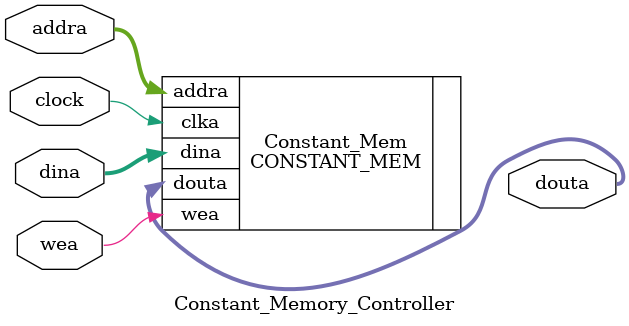
<source format=v>
`timescale 1ns / 1ps
module Constant_Memory_Controller(addra,dina,wea,clock,douta);

input [11:0] addra;
input [31:0] dina;
output [31:0] douta;
input wea;
input clock;

CONSTANT_MEM Constant_Mem(
	.clka(clock),
	.wea(wea),
	.addra(addra),
	.dina(dina),
	.douta(douta));

endmodule

</source>
